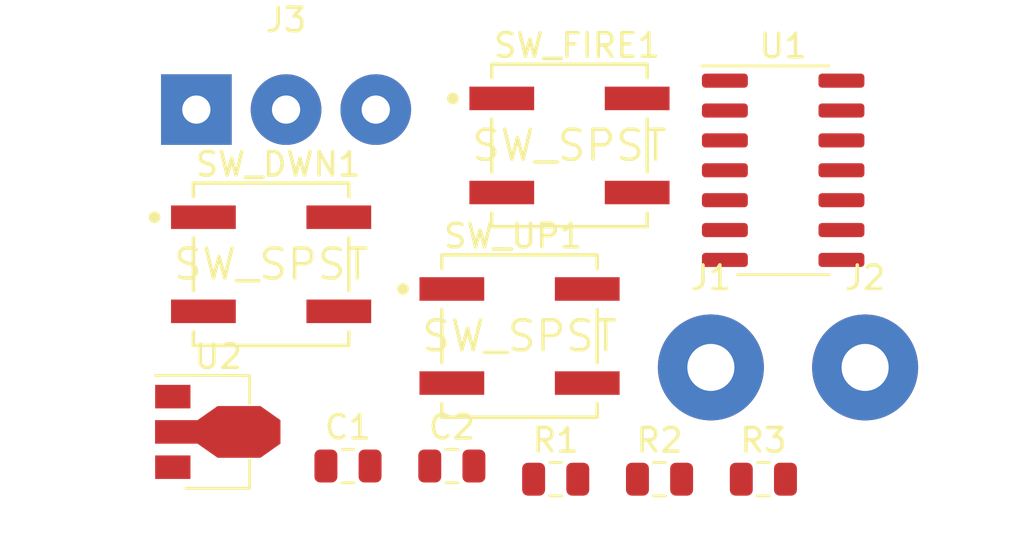
<source format=kicad_pcb>
(kicad_pcb (version 20171130) (host pcbnew "(5.1.5)-3")

  (general
    (thickness 1.6)
    (drawings 0)
    (tracks 0)
    (zones 0)
    (modules 13)
    (nets 16)
  )

  (page A4)
  (layers
    (0 F.Cu signal)
    (31 B.Cu signal)
    (32 B.Adhes user)
    (33 F.Adhes user)
    (34 B.Paste user)
    (35 F.Paste user)
    (36 B.SilkS user)
    (37 F.SilkS user)
    (38 B.Mask user)
    (39 F.Mask user)
    (40 Dwgs.User user)
    (41 Cmts.User user)
    (42 Eco1.User user)
    (43 Eco2.User user)
    (44 Edge.Cuts user)
    (45 Margin user)
    (46 B.CrtYd user)
    (47 F.CrtYd user)
    (48 B.Fab user)
    (49 F.Fab user)
  )

  (setup
    (last_trace_width 0.25)
    (trace_clearance 0.2)
    (zone_clearance 0.508)
    (zone_45_only no)
    (trace_min 0.2)
    (via_size 0.8)
    (via_drill 0.4)
    (via_min_size 0.4)
    (via_min_drill 0.3)
    (uvia_size 0.3)
    (uvia_drill 0.1)
    (uvias_allowed no)
    (uvia_min_size 0.2)
    (uvia_min_drill 0.1)
    (edge_width 0.05)
    (segment_width 0.2)
    (pcb_text_width 0.3)
    (pcb_text_size 1.5 1.5)
    (mod_edge_width 0.12)
    (mod_text_size 1 1)
    (mod_text_width 0.15)
    (pad_size 1.524 1.524)
    (pad_drill 0.762)
    (pad_to_mask_clearance 0.051)
    (solder_mask_min_width 0.25)
    (aux_axis_origin 0 0)
    (visible_elements 7FFFFFFF)
    (pcbplotparams
      (layerselection 0x010fc_ffffffff)
      (usegerberextensions false)
      (usegerberattributes false)
      (usegerberadvancedattributes false)
      (creategerberjobfile false)
      (excludeedgelayer true)
      (linewidth 0.100000)
      (plotframeref false)
      (viasonmask false)
      (mode 1)
      (useauxorigin false)
      (hpglpennumber 1)
      (hpglpenspeed 20)
      (hpglpendiameter 15.000000)
      (psnegative false)
      (psa4output false)
      (plotreference true)
      (plotvalue true)
      (plotinvisibletext false)
      (padsonsilk false)
      (subtractmaskfromsilk false)
      (outputformat 1)
      (mirror false)
      (drillshape 1)
      (scaleselection 1)
      (outputdirectory ""))
  )

  (net 0 "")
  (net 1 +8V)
  (net 2 +5V)
  (net 3 "Net-(U1-Pad3)")
  (net 4 LED)
  (net 5 "Net-(U1-Pad5)")
  (net 6 SW_DOWN)
  (net 7 "Net-(U1-Pad13)")
  (net 8 "Net-(U1-Pad8)")
  (net 9 "Net-(U1-Pad7)")
  (net 10 "Net-(U1-Pad6)")
  (net 11 "Net-(U1-Pad4)")
  (net 12 "Net-(U1-Pad2)")
  (net 13 GND)
  (net 14 SW_FIRE)
  (net 15 SW_UP)

  (net_class Default "This is the default net class."
    (clearance 0.2)
    (trace_width 0.25)
    (via_dia 0.8)
    (via_drill 0.4)
    (uvia_dia 0.3)
    (uvia_drill 0.1)
    (add_net +5V)
    (add_net +8V)
    (add_net GND)
    (add_net LED)
    (add_net "Net-(U1-Pad13)")
    (add_net "Net-(U1-Pad2)")
    (add_net "Net-(U1-Pad3)")
    (add_net "Net-(U1-Pad4)")
    (add_net "Net-(U1-Pad5)")
    (add_net "Net-(U1-Pad6)")
    (add_net "Net-(U1-Pad7)")
    (add_net "Net-(U1-Pad8)")
    (add_net SW_DOWN)
    (add_net SW_FIRE)
    (add_net SW_UP)
  )

  (module Package_TO_SOT_SMD:SOT-89-3 (layer F.Cu) (tedit 5A02FF57) (tstamp 601F2257)
    (at 24.54 35.05)
    (descr SOT-89-3)
    (tags SOT-89-3)
    (path /601A3456)
    (attr smd)
    (fp_text reference U2 (at 0.45 -3.2) (layer F.SilkS)
      (effects (font (size 1 1) (thickness 0.15)))
    )
    (fp_text value MCP1703A-3002_SOT89 (at 0.45 3.25) (layer F.Fab)
      (effects (font (size 1 1) (thickness 0.15)))
    )
    (fp_line (start -2.48 2.55) (end -2.48 -2.55) (layer F.CrtYd) (width 0.05))
    (fp_line (start -2.48 2.55) (end 3.23 2.55) (layer F.CrtYd) (width 0.05))
    (fp_line (start 3.23 -2.55) (end -2.48 -2.55) (layer F.CrtYd) (width 0.05))
    (fp_line (start 3.23 -2.55) (end 3.23 2.55) (layer F.CrtYd) (width 0.05))
    (fp_line (start -0.13 -2.3) (end 1.68 -2.3) (layer F.Fab) (width 0.1))
    (fp_line (start -0.92 2.3) (end -0.92 -1.51) (layer F.Fab) (width 0.1))
    (fp_line (start 1.68 2.3) (end -0.92 2.3) (layer F.Fab) (width 0.1))
    (fp_line (start 1.68 -2.3) (end 1.68 2.3) (layer F.Fab) (width 0.1))
    (fp_line (start -0.92 -1.51) (end -0.13 -2.3) (layer F.Fab) (width 0.1))
    (fp_line (start 1.78 -2.4) (end 1.78 -1.2) (layer F.SilkS) (width 0.12))
    (fp_line (start -2.22 -2.4) (end 1.78 -2.4) (layer F.SilkS) (width 0.12))
    (fp_line (start 1.78 2.4) (end -0.92 2.4) (layer F.SilkS) (width 0.12))
    (fp_line (start 1.78 1.2) (end 1.78 2.4) (layer F.SilkS) (width 0.12))
    (fp_text user %R (at 0.38 0 90) (layer F.Fab)
      (effects (font (size 0.6 0.6) (thickness 0.09)))
    )
    (pad 2 smd trapezoid (at -0.0762 0 90) (size 1.5 1) (rect_delta 0 0.7 ) (layers F.Cu F.Paste F.Mask)
      (net 1 +8V))
    (pad 2 smd rect (at 1.3335 0 270) (size 2.2 1.84) (layers F.Cu F.Paste F.Mask)
      (net 1 +8V))
    (pad 3 smd rect (at -1.48 1.5 270) (size 1 1.5) (layers F.Cu F.Paste F.Mask)
      (net 2 +5V))
    (pad 2 smd rect (at -1.3335 0 270) (size 1 1.8) (layers F.Cu F.Paste F.Mask)
      (net 1 +8V))
    (pad 1 smd rect (at -1.48 -1.5 270) (size 1 1.5) (layers F.Cu F.Paste F.Mask)
      (net 13 GND))
    (pad 2 smd trapezoid (at 2.667 0 270) (size 1.6 0.85) (rect_delta 0 0.6 ) (layers F.Cu F.Paste F.Mask)
      (net 1 +8V))
    (model ${KISYS3DMOD}/Package_TO_SOT_SMD.3dshapes/SOT-89-3.wrl
      (at (xyz 0 0 0))
      (scale (xyz 1 1 1))
      (rotate (xyz 0 0 0))
    )
  )

  (module Package_SO:SOIC-14_3.9x8.7mm_P1.27mm (layer F.Cu) (tedit 5D9F72B1) (tstamp 601F223F)
    (at 48.98 23.93)
    (descr "SOIC, 14 Pin (JEDEC MS-012AB, https://www.analog.com/media/en/package-pcb-resources/package/pkg_pdf/soic_narrow-r/r_14.pdf), generated with kicad-footprint-generator ipc_gullwing_generator.py")
    (tags "SOIC SO")
    (path /602372CD)
    (attr smd)
    (fp_text reference U1 (at 0 -5.28) (layer F.SilkS)
      (effects (font (size 1 1) (thickness 0.15)))
    )
    (fp_text value ATtiny84A-SSU (at 0 5.28) (layer F.Fab)
      (effects (font (size 1 1) (thickness 0.15)))
    )
    (fp_text user %R (at 0 0) (layer F.Fab)
      (effects (font (size 0.98 0.98) (thickness 0.15)))
    )
    (fp_line (start 3.7 -4.58) (end -3.7 -4.58) (layer F.CrtYd) (width 0.05))
    (fp_line (start 3.7 4.58) (end 3.7 -4.58) (layer F.CrtYd) (width 0.05))
    (fp_line (start -3.7 4.58) (end 3.7 4.58) (layer F.CrtYd) (width 0.05))
    (fp_line (start -3.7 -4.58) (end -3.7 4.58) (layer F.CrtYd) (width 0.05))
    (fp_line (start -1.95 -3.35) (end -0.975 -4.325) (layer F.Fab) (width 0.1))
    (fp_line (start -1.95 4.325) (end -1.95 -3.35) (layer F.Fab) (width 0.1))
    (fp_line (start 1.95 4.325) (end -1.95 4.325) (layer F.Fab) (width 0.1))
    (fp_line (start 1.95 -4.325) (end 1.95 4.325) (layer F.Fab) (width 0.1))
    (fp_line (start -0.975 -4.325) (end 1.95 -4.325) (layer F.Fab) (width 0.1))
    (fp_line (start 0 -4.435) (end -3.45 -4.435) (layer F.SilkS) (width 0.12))
    (fp_line (start 0 -4.435) (end 1.95 -4.435) (layer F.SilkS) (width 0.12))
    (fp_line (start 0 4.435) (end -1.95 4.435) (layer F.SilkS) (width 0.12))
    (fp_line (start 0 4.435) (end 1.95 4.435) (layer F.SilkS) (width 0.12))
    (pad 14 smd roundrect (at 2.475 -3.81) (size 1.95 0.6) (layers F.Cu F.Paste F.Mask) (roundrect_rratio 0.25)
      (net 13 GND))
    (pad 13 smd roundrect (at 2.475 -2.54) (size 1.95 0.6) (layers F.Cu F.Paste F.Mask) (roundrect_rratio 0.25)
      (net 7 "Net-(U1-Pad13)"))
    (pad 12 smd roundrect (at 2.475 -1.27) (size 1.95 0.6) (layers F.Cu F.Paste F.Mask) (roundrect_rratio 0.25)
      (net 14 SW_FIRE))
    (pad 11 smd roundrect (at 2.475 0) (size 1.95 0.6) (layers F.Cu F.Paste F.Mask) (roundrect_rratio 0.25)
      (net 15 SW_UP))
    (pad 10 smd roundrect (at 2.475 1.27) (size 1.95 0.6) (layers F.Cu F.Paste F.Mask) (roundrect_rratio 0.25)
      (net 6 SW_DOWN))
    (pad 9 smd roundrect (at 2.475 2.54) (size 1.95 0.6) (layers F.Cu F.Paste F.Mask) (roundrect_rratio 0.25)
      (net 4 LED))
    (pad 8 smd roundrect (at 2.475 3.81) (size 1.95 0.6) (layers F.Cu F.Paste F.Mask) (roundrect_rratio 0.25)
      (net 8 "Net-(U1-Pad8)"))
    (pad 7 smd roundrect (at -2.475 3.81) (size 1.95 0.6) (layers F.Cu F.Paste F.Mask) (roundrect_rratio 0.25)
      (net 9 "Net-(U1-Pad7)"))
    (pad 6 smd roundrect (at -2.475 2.54) (size 1.95 0.6) (layers F.Cu F.Paste F.Mask) (roundrect_rratio 0.25)
      (net 10 "Net-(U1-Pad6)"))
    (pad 5 smd roundrect (at -2.475 1.27) (size 1.95 0.6) (layers F.Cu F.Paste F.Mask) (roundrect_rratio 0.25)
      (net 5 "Net-(U1-Pad5)"))
    (pad 4 smd roundrect (at -2.475 0) (size 1.95 0.6) (layers F.Cu F.Paste F.Mask) (roundrect_rratio 0.25)
      (net 11 "Net-(U1-Pad4)"))
    (pad 3 smd roundrect (at -2.475 -1.27) (size 1.95 0.6) (layers F.Cu F.Paste F.Mask) (roundrect_rratio 0.25)
      (net 3 "Net-(U1-Pad3)"))
    (pad 2 smd roundrect (at -2.475 -2.54) (size 1.95 0.6) (layers F.Cu F.Paste F.Mask) (roundrect_rratio 0.25)
      (net 12 "Net-(U1-Pad2)"))
    (pad 1 smd roundrect (at -2.475 -3.81) (size 1.95 0.6) (layers F.Cu F.Paste F.Mask) (roundrect_rratio 0.25)
      (net 2 +5V))
    (model ${KISYS3DMOD}/Package_SO.3dshapes/SOIC-14_3.9x8.7mm_P1.27mm.wrl
      (at (xyz 0 0 0))
      (scale (xyz 1 1 1))
      (rotate (xyz 0 0 0))
    )
  )

  (module Button_Switch_SMD:Omron-B3SL-1005P-MFG (layer F.Cu) (tedit 6019D338) (tstamp 601F221F)
    (at 37.785 30.975)
    (path /601C4455)
    (fp_text reference SW_UP1 (at -3.3 -4.25) (layer F.SilkS)
      (effects (font (size 1 1) (thickness 0.15)) (justify left))
    )
    (fp_text value SW_SPST (at 0 0) (layer F.SilkS)
      (effects (font (size 1.27 1.27) (thickness 0.15)))
    )
    (fp_line (start -3.3 3.45) (end -3.3 -3.45) (layer F.Fab) (width 0.15))
    (fp_line (start -3.3 -3.45) (end 3.3 -3.45) (layer F.Fab) (width 0.15))
    (fp_line (start 3.3 -3.45) (end 3.3 3.45) (layer F.Fab) (width 0.15))
    (fp_line (start 3.3 3.45) (end -3.3 3.45) (layer F.Fab) (width 0.15))
    (fp_line (start -3.3 -3.45) (end 3.3 -3.45) (layer F.SilkS) (width 0.15))
    (fp_line (start 3.3 3.45) (end 3.3 2.875) (layer F.SilkS) (width 0.15))
    (fp_line (start 3.3 1.125) (end 3.3 -1.125) (layer F.SilkS) (width 0.15))
    (fp_line (start 3.3 -2.875) (end 3.3 -3.45) (layer F.SilkS) (width 0.15))
    (fp_line (start -3.3 3.45) (end 3.3 3.45) (layer F.SilkS) (width 0.15))
    (fp_line (start -3.3 3.45) (end -3.3 2.875) (layer F.SilkS) (width 0.15))
    (fp_line (start -3.3 1.125) (end -3.3 -1.125) (layer F.SilkS) (width 0.15))
    (fp_line (start -3.3 -2.875) (end -3.3 -3.45) (layer F.SilkS) (width 0.15))
    (fp_circle (center -4.95 -2) (end -4.825 -2) (layer F.SilkS) (width 0.25))
    (fp_line (start 4.275 -3.475) (end 4.275 -3.475) (layer F.CrtYd) (width 0.15))
    (fp_line (start 4.275 -3.475) (end -4.275 -3.475) (layer F.CrtYd) (width 0.15))
    (fp_line (start -4.275 -3.475) (end -4.275 3.475) (layer F.CrtYd) (width 0.15))
    (fp_line (start -4.275 3.475) (end 4.275 3.475) (layer F.CrtYd) (width 0.15))
    (fp_line (start 4.275 3.475) (end 4.275 -3.475) (layer F.CrtYd) (width 0.15))
    (pad 1 smd rect (at -2.875 -2) (size 2.75 1) (layers F.Cu F.Paste F.Mask)
      (net 15 SW_UP))
    (pad 1 smd rect (at 2.875 -2) (size 2.75 1) (layers F.Cu F.Paste F.Mask)
      (net 15 SW_UP))
    (pad 2 smd rect (at -2.875 2) (size 2.75 1) (layers F.Cu F.Paste F.Mask)
      (net 2 +5V))
    (pad 2 smd rect (at 2.875 2) (size 2.75 1) (layers F.Cu F.Paste F.Mask)
      (net 2 +5V))
    (model eec.models/Omron_-_B3SL-1005P.step
      (at (xyz 0 0 0))
      (scale (xyz 1 1 1))
      (rotate (xyz 0 0 0))
    )
    (model ${KISYS3DMOD}/Custom.3dshapes/Omron_-_B3SL-1005P.step
      (at (xyz 0 0 0))
      (scale (xyz 1 1 1))
      (rotate (xyz 0 0 0))
    )
  )

  (module Button_Switch_SMD:Omron-B3SL-1005P-MFG (layer F.Cu) (tedit 6019D338) (tstamp 601F2205)
    (at 39.905 22.875)
    (path /601EBA9D)
    (fp_text reference SW_FIRE1 (at -3.3 -4.25) (layer F.SilkS)
      (effects (font (size 1 1) (thickness 0.15)) (justify left))
    )
    (fp_text value SW_SPST (at 0 0) (layer F.SilkS)
      (effects (font (size 1.27 1.27) (thickness 0.15)))
    )
    (fp_line (start -3.3 3.45) (end -3.3 -3.45) (layer F.Fab) (width 0.15))
    (fp_line (start -3.3 -3.45) (end 3.3 -3.45) (layer F.Fab) (width 0.15))
    (fp_line (start 3.3 -3.45) (end 3.3 3.45) (layer F.Fab) (width 0.15))
    (fp_line (start 3.3 3.45) (end -3.3 3.45) (layer F.Fab) (width 0.15))
    (fp_line (start -3.3 -3.45) (end 3.3 -3.45) (layer F.SilkS) (width 0.15))
    (fp_line (start 3.3 3.45) (end 3.3 2.875) (layer F.SilkS) (width 0.15))
    (fp_line (start 3.3 1.125) (end 3.3 -1.125) (layer F.SilkS) (width 0.15))
    (fp_line (start 3.3 -2.875) (end 3.3 -3.45) (layer F.SilkS) (width 0.15))
    (fp_line (start -3.3 3.45) (end 3.3 3.45) (layer F.SilkS) (width 0.15))
    (fp_line (start -3.3 3.45) (end -3.3 2.875) (layer F.SilkS) (width 0.15))
    (fp_line (start -3.3 1.125) (end -3.3 -1.125) (layer F.SilkS) (width 0.15))
    (fp_line (start -3.3 -2.875) (end -3.3 -3.45) (layer F.SilkS) (width 0.15))
    (fp_circle (center -4.95 -2) (end -4.825 -2) (layer F.SilkS) (width 0.25))
    (fp_line (start 4.275 -3.475) (end 4.275 -3.475) (layer F.CrtYd) (width 0.15))
    (fp_line (start 4.275 -3.475) (end -4.275 -3.475) (layer F.CrtYd) (width 0.15))
    (fp_line (start -4.275 -3.475) (end -4.275 3.475) (layer F.CrtYd) (width 0.15))
    (fp_line (start -4.275 3.475) (end 4.275 3.475) (layer F.CrtYd) (width 0.15))
    (fp_line (start 4.275 3.475) (end 4.275 -3.475) (layer F.CrtYd) (width 0.15))
    (pad 1 smd rect (at -2.875 -2) (size 2.75 1) (layers F.Cu F.Paste F.Mask)
      (net 14 SW_FIRE))
    (pad 1 smd rect (at 2.875 -2) (size 2.75 1) (layers F.Cu F.Paste F.Mask)
      (net 14 SW_FIRE))
    (pad 2 smd rect (at -2.875 2) (size 2.75 1) (layers F.Cu F.Paste F.Mask)
      (net 2 +5V))
    (pad 2 smd rect (at 2.875 2) (size 2.75 1) (layers F.Cu F.Paste F.Mask)
      (net 2 +5V))
    (model eec.models/Omron_-_B3SL-1005P.step
      (at (xyz 0 0 0))
      (scale (xyz 1 1 1))
      (rotate (xyz 0 0 0))
    )
    (model ${KISYS3DMOD}/Custom.3dshapes/Omron_-_B3SL-1005P.step
      (at (xyz 0 0 0))
      (scale (xyz 1 1 1))
      (rotate (xyz 0 0 0))
    )
  )

  (module Button_Switch_SMD:Omron-B3SL-1005P-MFG (layer F.Cu) (tedit 6019D338) (tstamp 601F21EB)
    (at 27.235 27.925)
    (path /601CB2FA)
    (fp_text reference SW_DWN1 (at -3.3 -4.25) (layer F.SilkS)
      (effects (font (size 1 1) (thickness 0.15)) (justify left))
    )
    (fp_text value SW_SPST (at 0 0) (layer F.SilkS)
      (effects (font (size 1.27 1.27) (thickness 0.15)))
    )
    (fp_line (start -3.3 3.45) (end -3.3 -3.45) (layer F.Fab) (width 0.15))
    (fp_line (start -3.3 -3.45) (end 3.3 -3.45) (layer F.Fab) (width 0.15))
    (fp_line (start 3.3 -3.45) (end 3.3 3.45) (layer F.Fab) (width 0.15))
    (fp_line (start 3.3 3.45) (end -3.3 3.45) (layer F.Fab) (width 0.15))
    (fp_line (start -3.3 -3.45) (end 3.3 -3.45) (layer F.SilkS) (width 0.15))
    (fp_line (start 3.3 3.45) (end 3.3 2.875) (layer F.SilkS) (width 0.15))
    (fp_line (start 3.3 1.125) (end 3.3 -1.125) (layer F.SilkS) (width 0.15))
    (fp_line (start 3.3 -2.875) (end 3.3 -3.45) (layer F.SilkS) (width 0.15))
    (fp_line (start -3.3 3.45) (end 3.3 3.45) (layer F.SilkS) (width 0.15))
    (fp_line (start -3.3 3.45) (end -3.3 2.875) (layer F.SilkS) (width 0.15))
    (fp_line (start -3.3 1.125) (end -3.3 -1.125) (layer F.SilkS) (width 0.15))
    (fp_line (start -3.3 -2.875) (end -3.3 -3.45) (layer F.SilkS) (width 0.15))
    (fp_circle (center -4.95 -2) (end -4.825 -2) (layer F.SilkS) (width 0.25))
    (fp_line (start 4.275 -3.475) (end 4.275 -3.475) (layer F.CrtYd) (width 0.15))
    (fp_line (start 4.275 -3.475) (end -4.275 -3.475) (layer F.CrtYd) (width 0.15))
    (fp_line (start -4.275 -3.475) (end -4.275 3.475) (layer F.CrtYd) (width 0.15))
    (fp_line (start -4.275 3.475) (end 4.275 3.475) (layer F.CrtYd) (width 0.15))
    (fp_line (start 4.275 3.475) (end 4.275 -3.475) (layer F.CrtYd) (width 0.15))
    (pad 1 smd rect (at -2.875 -2) (size 2.75 1) (layers F.Cu F.Paste F.Mask)
      (net 6 SW_DOWN))
    (pad 1 smd rect (at 2.875 -2) (size 2.75 1) (layers F.Cu F.Paste F.Mask)
      (net 6 SW_DOWN))
    (pad 2 smd rect (at -2.875 2) (size 2.75 1) (layers F.Cu F.Paste F.Mask)
      (net 2 +5V))
    (pad 2 smd rect (at 2.875 2) (size 2.75 1) (layers F.Cu F.Paste F.Mask)
      (net 2 +5V))
    (model eec.models/Omron_-_B3SL-1005P.step
      (at (xyz 0 0 0))
      (scale (xyz 1 1 1))
      (rotate (xyz 0 0 0))
    )
    (model ${KISYS3DMOD}/Custom.3dshapes/Omron_-_B3SL-1005P.step
      (at (xyz 0 0 0))
      (scale (xyz 1 1 1))
      (rotate (xyz 0 0 0))
    )
  )

  (module Resistor_SMD:R_0805_2012Metric (layer F.Cu) (tedit 5B36C52B) (tstamp 601F21D1)
    (at 48.14 37.06)
    (descr "Resistor SMD 0805 (2012 Metric), square (rectangular) end terminal, IPC_7351 nominal, (Body size source: https://docs.google.com/spreadsheets/d/1BsfQQcO9C6DZCsRaXUlFlo91Tg2WpOkGARC1WS5S8t0/edit?usp=sharing), generated with kicad-footprint-generator")
    (tags resistor)
    (path /60243E9F)
    (attr smd)
    (fp_text reference R3 (at 0 -1.65) (layer F.SilkS)
      (effects (font (size 1 1) (thickness 0.15)))
    )
    (fp_text value 10k (at 0 1.65) (layer F.Fab)
      (effects (font (size 1 1) (thickness 0.15)))
    )
    (fp_text user %R (at 0 0) (layer F.Fab)
      (effects (font (size 0.5 0.5) (thickness 0.08)))
    )
    (fp_line (start 1.68 0.95) (end -1.68 0.95) (layer F.CrtYd) (width 0.05))
    (fp_line (start 1.68 -0.95) (end 1.68 0.95) (layer F.CrtYd) (width 0.05))
    (fp_line (start -1.68 -0.95) (end 1.68 -0.95) (layer F.CrtYd) (width 0.05))
    (fp_line (start -1.68 0.95) (end -1.68 -0.95) (layer F.CrtYd) (width 0.05))
    (fp_line (start -0.258578 0.71) (end 0.258578 0.71) (layer F.SilkS) (width 0.12))
    (fp_line (start -0.258578 -0.71) (end 0.258578 -0.71) (layer F.SilkS) (width 0.12))
    (fp_line (start 1 0.6) (end -1 0.6) (layer F.Fab) (width 0.1))
    (fp_line (start 1 -0.6) (end 1 0.6) (layer F.Fab) (width 0.1))
    (fp_line (start -1 -0.6) (end 1 -0.6) (layer F.Fab) (width 0.1))
    (fp_line (start -1 0.6) (end -1 -0.6) (layer F.Fab) (width 0.1))
    (pad 2 smd roundrect (at 0.9375 0) (size 0.975 1.4) (layers F.Cu F.Paste F.Mask) (roundrect_rratio 0.25)
      (net 15 SW_UP))
    (pad 1 smd roundrect (at -0.9375 0) (size 0.975 1.4) (layers F.Cu F.Paste F.Mask) (roundrect_rratio 0.25)
      (net 13 GND))
    (model ${KISYS3DMOD}/Resistor_SMD.3dshapes/R_0805_2012Metric.wrl
      (at (xyz 0 0 0))
      (scale (xyz 1 1 1))
      (rotate (xyz 0 0 0))
    )
  )

  (module Resistor_SMD:R_0805_2012Metric (layer F.Cu) (tedit 5B36C52B) (tstamp 601F21C0)
    (at 43.73 37.06)
    (descr "Resistor SMD 0805 (2012 Metric), square (rectangular) end terminal, IPC_7351 nominal, (Body size source: https://docs.google.com/spreadsheets/d/1BsfQQcO9C6DZCsRaXUlFlo91Tg2WpOkGARC1WS5S8t0/edit?usp=sharing), generated with kicad-footprint-generator")
    (tags resistor)
    (path /6024335F)
    (attr smd)
    (fp_text reference R2 (at 0 -1.65) (layer F.SilkS)
      (effects (font (size 1 1) (thickness 0.15)))
    )
    (fp_text value 10k (at 0 1.65) (layer F.Fab)
      (effects (font (size 1 1) (thickness 0.15)))
    )
    (fp_text user %R (at 0 0) (layer F.Fab)
      (effects (font (size 0.5 0.5) (thickness 0.08)))
    )
    (fp_line (start 1.68 0.95) (end -1.68 0.95) (layer F.CrtYd) (width 0.05))
    (fp_line (start 1.68 -0.95) (end 1.68 0.95) (layer F.CrtYd) (width 0.05))
    (fp_line (start -1.68 -0.95) (end 1.68 -0.95) (layer F.CrtYd) (width 0.05))
    (fp_line (start -1.68 0.95) (end -1.68 -0.95) (layer F.CrtYd) (width 0.05))
    (fp_line (start -0.258578 0.71) (end 0.258578 0.71) (layer F.SilkS) (width 0.12))
    (fp_line (start -0.258578 -0.71) (end 0.258578 -0.71) (layer F.SilkS) (width 0.12))
    (fp_line (start 1 0.6) (end -1 0.6) (layer F.Fab) (width 0.1))
    (fp_line (start 1 -0.6) (end 1 0.6) (layer F.Fab) (width 0.1))
    (fp_line (start -1 -0.6) (end 1 -0.6) (layer F.Fab) (width 0.1))
    (fp_line (start -1 0.6) (end -1 -0.6) (layer F.Fab) (width 0.1))
    (pad 2 smd roundrect (at 0.9375 0) (size 0.975 1.4) (layers F.Cu F.Paste F.Mask) (roundrect_rratio 0.25)
      (net 14 SW_FIRE))
    (pad 1 smd roundrect (at -0.9375 0) (size 0.975 1.4) (layers F.Cu F.Paste F.Mask) (roundrect_rratio 0.25)
      (net 13 GND))
    (model ${KISYS3DMOD}/Resistor_SMD.3dshapes/R_0805_2012Metric.wrl
      (at (xyz 0 0 0))
      (scale (xyz 1 1 1))
      (rotate (xyz 0 0 0))
    )
  )

  (module Resistor_SMD:R_0805_2012Metric (layer F.Cu) (tedit 5B36C52B) (tstamp 601F21AF)
    (at 39.32 37.06)
    (descr "Resistor SMD 0805 (2012 Metric), square (rectangular) end terminal, IPC_7351 nominal, (Body size source: https://docs.google.com/spreadsheets/d/1BsfQQcO9C6DZCsRaXUlFlo91Tg2WpOkGARC1WS5S8t0/edit?usp=sharing), generated with kicad-footprint-generator")
    (tags resistor)
    (path /6020FA52)
    (attr smd)
    (fp_text reference R1 (at 0 -1.65) (layer F.SilkS)
      (effects (font (size 1 1) (thickness 0.15)))
    )
    (fp_text value 10k (at 0 1.65) (layer F.Fab)
      (effects (font (size 1 1) (thickness 0.15)))
    )
    (fp_text user %R (at 0 0) (layer F.Fab)
      (effects (font (size 0.5 0.5) (thickness 0.08)))
    )
    (fp_line (start 1.68 0.95) (end -1.68 0.95) (layer F.CrtYd) (width 0.05))
    (fp_line (start 1.68 -0.95) (end 1.68 0.95) (layer F.CrtYd) (width 0.05))
    (fp_line (start -1.68 -0.95) (end 1.68 -0.95) (layer F.CrtYd) (width 0.05))
    (fp_line (start -1.68 0.95) (end -1.68 -0.95) (layer F.CrtYd) (width 0.05))
    (fp_line (start -0.258578 0.71) (end 0.258578 0.71) (layer F.SilkS) (width 0.12))
    (fp_line (start -0.258578 -0.71) (end 0.258578 -0.71) (layer F.SilkS) (width 0.12))
    (fp_line (start 1 0.6) (end -1 0.6) (layer F.Fab) (width 0.1))
    (fp_line (start 1 -0.6) (end 1 0.6) (layer F.Fab) (width 0.1))
    (fp_line (start -1 -0.6) (end 1 -0.6) (layer F.Fab) (width 0.1))
    (fp_line (start -1 0.6) (end -1 -0.6) (layer F.Fab) (width 0.1))
    (pad 2 smd roundrect (at 0.9375 0) (size 0.975 1.4) (layers F.Cu F.Paste F.Mask) (roundrect_rratio 0.25)
      (net 6 SW_DOWN))
    (pad 1 smd roundrect (at -0.9375 0) (size 0.975 1.4) (layers F.Cu F.Paste F.Mask) (roundrect_rratio 0.25)
      (net 13 GND))
    (model ${KISYS3DMOD}/Resistor_SMD.3dshapes/R_0805_2012Metric.wrl
      (at (xyz 0 0 0))
      (scale (xyz 1 1 1))
      (rotate (xyz 0 0 0))
    )
  )

  (module Connector_Wire:SolderWirePad_1x03_P3.81mm_Drill1.2mm (layer F.Cu) (tedit 5AEE5F4D) (tstamp 601F219E)
    (at 24.06 21.35)
    (descr "Wire solder connection")
    (tags connector)
    (path /6022C26B)
    (attr virtual)
    (fp_text reference J3 (at 3.81 -3.81) (layer F.SilkS)
      (effects (font (size 1 1) (thickness 0.15)))
    )
    (fp_text value Conn_01x03_Male (at 3.81 3.81) (layer F.Fab)
      (effects (font (size 1 1) (thickness 0.15)))
    )
    (fp_line (start 9.62 2) (end -2 2) (layer F.CrtYd) (width 0.05))
    (fp_line (start 9.62 2) (end 9.62 -2) (layer F.CrtYd) (width 0.05))
    (fp_line (start -2 -2) (end -2 2) (layer F.CrtYd) (width 0.05))
    (fp_line (start -2 -2) (end 9.62 -2) (layer F.CrtYd) (width 0.05))
    (fp_text user %R (at 3.81 0) (layer F.Fab)
      (effects (font (size 1 1) (thickness 0.15)))
    )
    (pad 3 thru_hole circle (at 7.62 0) (size 2.99974 2.99974) (drill 1.19888) (layers *.Cu *.Mask)
      (net 2 +5V))
    (pad 2 thru_hole circle (at 3.81 0) (size 2.99974 2.99974) (drill 1.19888) (layers *.Cu *.Mask)
      (net 4 LED))
    (pad 1 thru_hole rect (at 0 0) (size 2.99974 2.99974) (drill 1.19888) (layers *.Cu *.Mask)
      (net 13 GND))
  )

  (module Connector_Wire:SolderWirePad_1x01_Drill2mm (layer F.Cu) (tedit 5AEE5ED2) (tstamp 601F2192)
    (at 52.46 32.31)
    (descr "Wire solder connection")
    (tags connector)
    (path /601AFEF6)
    (attr virtual)
    (fp_text reference J2 (at 0 -3.81) (layer F.SilkS)
      (effects (font (size 1 1) (thickness 0.15)))
    )
    (fp_text value Conn_01x01_Male (at 0 3.81) (layer F.Fab)
      (effects (font (size 1 1) (thickness 0.15)))
    )
    (fp_line (start 2.75 2.75) (end -2.75 2.75) (layer F.CrtYd) (width 0.05))
    (fp_line (start 2.75 2.75) (end 2.75 -2.75) (layer F.CrtYd) (width 0.05))
    (fp_line (start -2.75 -2.75) (end -2.75 2.75) (layer F.CrtYd) (width 0.05))
    (fp_line (start -2.75 -2.75) (end 2.75 -2.75) (layer F.CrtYd) (width 0.05))
    (fp_text user %R (at 0 0) (layer F.Fab)
      (effects (font (size 1 1) (thickness 0.15)))
    )
    (pad 1 thru_hole circle (at 0 0) (size 4.50088 4.50088) (drill 1.99898) (layers *.Cu *.Mask)
      (net 1 +8V))
  )

  (module Connector_Wire:SolderWirePad_1x01_Drill2mm (layer F.Cu) (tedit 5AEE5ED2) (tstamp 601F2188)
    (at 45.91 32.31)
    (descr "Wire solder connection")
    (tags connector)
    (path /601AD603)
    (attr virtual)
    (fp_text reference J1 (at 0 -3.81) (layer F.SilkS)
      (effects (font (size 1 1) (thickness 0.15)))
    )
    (fp_text value Conn_01x01_Male (at 0 3.81) (layer F.Fab)
      (effects (font (size 1 1) (thickness 0.15)))
    )
    (fp_line (start 2.75 2.75) (end -2.75 2.75) (layer F.CrtYd) (width 0.05))
    (fp_line (start 2.75 2.75) (end 2.75 -2.75) (layer F.CrtYd) (width 0.05))
    (fp_line (start -2.75 -2.75) (end -2.75 2.75) (layer F.CrtYd) (width 0.05))
    (fp_line (start -2.75 -2.75) (end 2.75 -2.75) (layer F.CrtYd) (width 0.05))
    (fp_text user %R (at 0 0) (layer F.Fab)
      (effects (font (size 1 1) (thickness 0.15)))
    )
    (pad 1 thru_hole circle (at 0 0) (size 4.50088 4.50088) (drill 1.99898) (layers *.Cu *.Mask)
      (net 13 GND))
  )

  (module Capacitor_SMD:C_0805_2012Metric (layer F.Cu) (tedit 5B36C52B) (tstamp 601F217E)
    (at 34.91 36.5)
    (descr "Capacitor SMD 0805 (2012 Metric), square (rectangular) end terminal, IPC_7351 nominal, (Body size source: https://docs.google.com/spreadsheets/d/1BsfQQcO9C6DZCsRaXUlFlo91Tg2WpOkGARC1WS5S8t0/edit?usp=sharing), generated with kicad-footprint-generator")
    (tags capacitor)
    (path /601A85EF)
    (attr smd)
    (fp_text reference C2 (at 0 -1.65) (layer F.SilkS)
      (effects (font (size 1 1) (thickness 0.15)))
    )
    (fp_text value 1uF (at 0 1.65) (layer F.Fab)
      (effects (font (size 1 1) (thickness 0.15)))
    )
    (fp_text user %R (at 0 0) (layer F.Fab)
      (effects (font (size 0.5 0.5) (thickness 0.08)))
    )
    (fp_line (start 1.68 0.95) (end -1.68 0.95) (layer F.CrtYd) (width 0.05))
    (fp_line (start 1.68 -0.95) (end 1.68 0.95) (layer F.CrtYd) (width 0.05))
    (fp_line (start -1.68 -0.95) (end 1.68 -0.95) (layer F.CrtYd) (width 0.05))
    (fp_line (start -1.68 0.95) (end -1.68 -0.95) (layer F.CrtYd) (width 0.05))
    (fp_line (start -0.258578 0.71) (end 0.258578 0.71) (layer F.SilkS) (width 0.12))
    (fp_line (start -0.258578 -0.71) (end 0.258578 -0.71) (layer F.SilkS) (width 0.12))
    (fp_line (start 1 0.6) (end -1 0.6) (layer F.Fab) (width 0.1))
    (fp_line (start 1 -0.6) (end 1 0.6) (layer F.Fab) (width 0.1))
    (fp_line (start -1 -0.6) (end 1 -0.6) (layer F.Fab) (width 0.1))
    (fp_line (start -1 0.6) (end -1 -0.6) (layer F.Fab) (width 0.1))
    (pad 2 smd roundrect (at 0.9375 0) (size 0.975 1.4) (layers F.Cu F.Paste F.Mask) (roundrect_rratio 0.25)
      (net 13 GND))
    (pad 1 smd roundrect (at -0.9375 0) (size 0.975 1.4) (layers F.Cu F.Paste F.Mask) (roundrect_rratio 0.25)
      (net 2 +5V))
    (model ${KISYS3DMOD}/Capacitor_SMD.3dshapes/C_0805_2012Metric.wrl
      (at (xyz 0 0 0))
      (scale (xyz 1 1 1))
      (rotate (xyz 0 0 0))
    )
  )

  (module Capacitor_SMD:C_0805_2012Metric (layer F.Cu) (tedit 5B36C52B) (tstamp 601F216D)
    (at 30.5 36.5)
    (descr "Capacitor SMD 0805 (2012 Metric), square (rectangular) end terminal, IPC_7351 nominal, (Body size source: https://docs.google.com/spreadsheets/d/1BsfQQcO9C6DZCsRaXUlFlo91Tg2WpOkGARC1WS5S8t0/edit?usp=sharing), generated with kicad-footprint-generator")
    (tags capacitor)
    (path /601A488D)
    (attr smd)
    (fp_text reference C1 (at 0 -1.65) (layer F.SilkS)
      (effects (font (size 1 1) (thickness 0.15)))
    )
    (fp_text value 1uF (at 0 1.65) (layer F.Fab)
      (effects (font (size 1 1) (thickness 0.15)))
    )
    (fp_text user %R (at 0 0) (layer F.Fab)
      (effects (font (size 0.5 0.5) (thickness 0.08)))
    )
    (fp_line (start 1.68 0.95) (end -1.68 0.95) (layer F.CrtYd) (width 0.05))
    (fp_line (start 1.68 -0.95) (end 1.68 0.95) (layer F.CrtYd) (width 0.05))
    (fp_line (start -1.68 -0.95) (end 1.68 -0.95) (layer F.CrtYd) (width 0.05))
    (fp_line (start -1.68 0.95) (end -1.68 -0.95) (layer F.CrtYd) (width 0.05))
    (fp_line (start -0.258578 0.71) (end 0.258578 0.71) (layer F.SilkS) (width 0.12))
    (fp_line (start -0.258578 -0.71) (end 0.258578 -0.71) (layer F.SilkS) (width 0.12))
    (fp_line (start 1 0.6) (end -1 0.6) (layer F.Fab) (width 0.1))
    (fp_line (start 1 -0.6) (end 1 0.6) (layer F.Fab) (width 0.1))
    (fp_line (start -1 -0.6) (end 1 -0.6) (layer F.Fab) (width 0.1))
    (fp_line (start -1 0.6) (end -1 -0.6) (layer F.Fab) (width 0.1))
    (pad 2 smd roundrect (at 0.9375 0) (size 0.975 1.4) (layers F.Cu F.Paste F.Mask) (roundrect_rratio 0.25)
      (net 13 GND))
    (pad 1 smd roundrect (at -0.9375 0) (size 0.975 1.4) (layers F.Cu F.Paste F.Mask) (roundrect_rratio 0.25)
      (net 1 +8V))
    (model ${KISYS3DMOD}/Capacitor_SMD.3dshapes/C_0805_2012Metric.wrl
      (at (xyz 0 0 0))
      (scale (xyz 1 1 1))
      (rotate (xyz 0 0 0))
    )
  )

)

</source>
